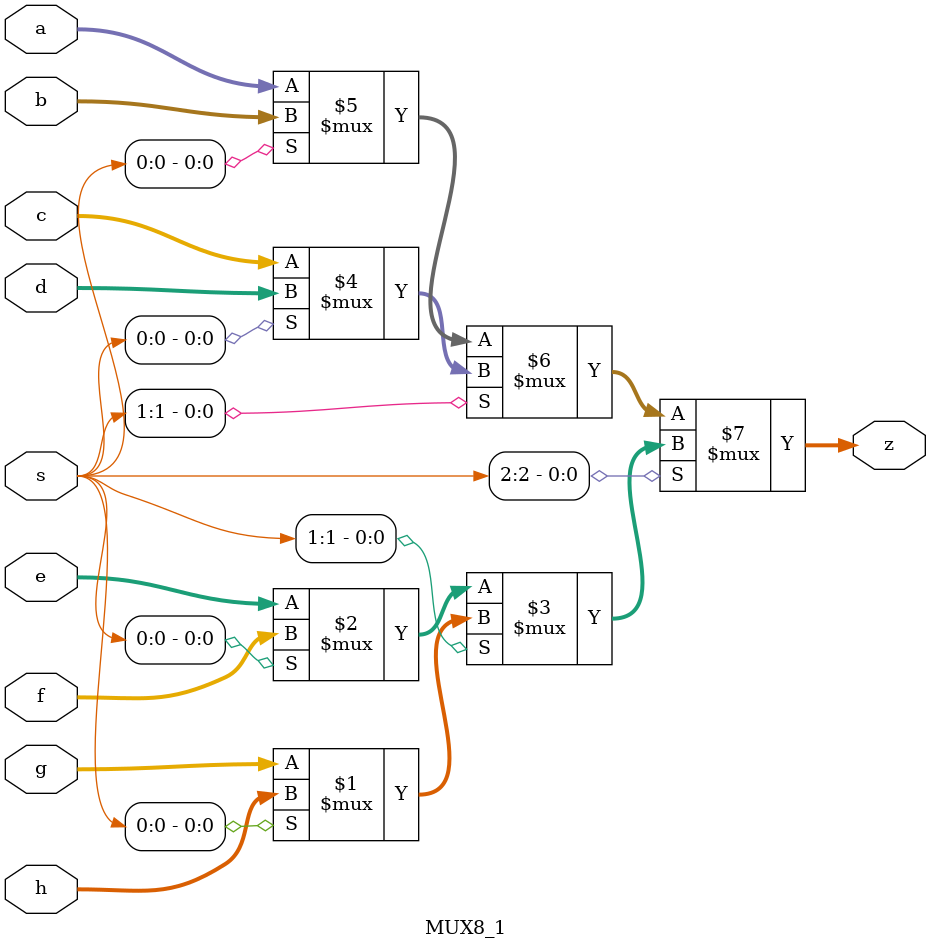
<source format=v>
`timescale 1ns / 1ps


module MUX8_1(
    input [31:0] a,
    input [31:0] b,
    input [31:0] c,
    input [31:0] d,
    input [31:0] e,
    input [31:0] f,
    input [31:0] g,
    input [31:0] h,
    input [2:0] s,
    output [31:0] z
    );
    assign z=s[2]?(s[1]?(s[0]?h:g):(s[0]?f:e)):(s[1]?(s[0]?d:c):(s[0]?b:a));
endmodule

</source>
